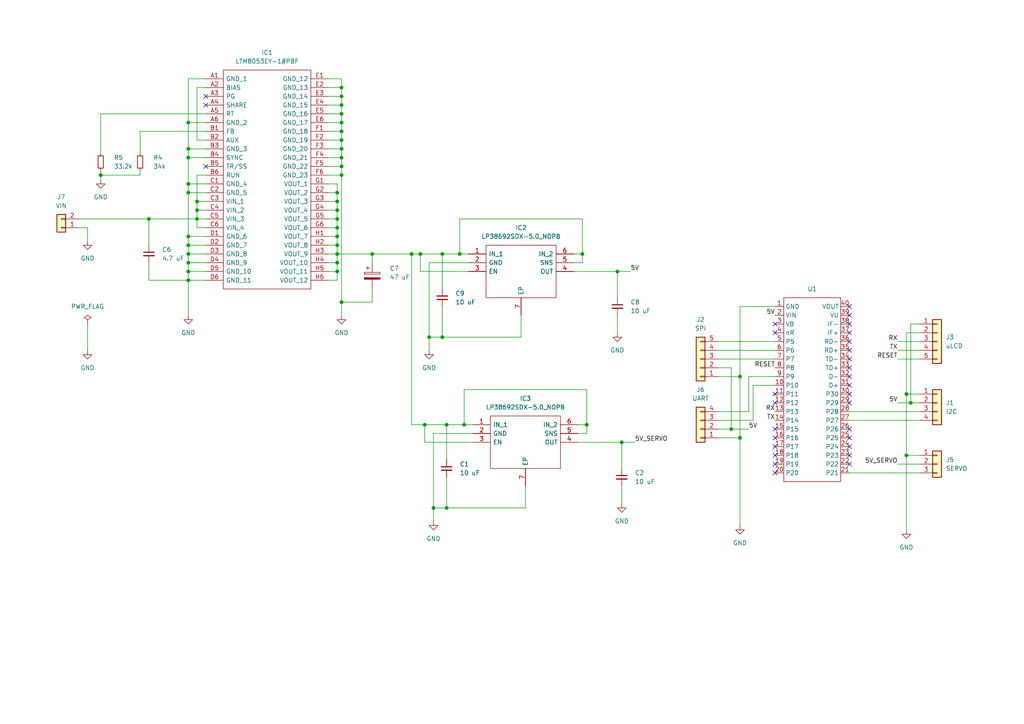
<source format=kicad_sch>
(kicad_sch (version 20230121) (generator eeschema)
  (paper "A4")
  (lib_symbols
    (symbol "0_myLib:LP38692SDX-5.0_NOPB" (pin_names (offset 0.762))
      (property "Reference" "IC" (at 26.67 7.62 0))
      (property "Value" "LP38692SDX-5.0_NOPB" (at 26.67 5.08 0))
      (symbol "LP38692SDX-5.0_NOPB_0_0"
        (pin passive line (at 0 0 0) (length 5.08) (name "IN_1") (number "1"))
        (pin passive line (at 0 -2.54 0) (length 5.08) (name "GND") (number "2"))
        (pin passive line (at 0 -5.08 0) (length 5.08) (name "EN") (number "3"))
        (pin passive line (at 30.48 -5.08 180) (length 5.08) (name "OUT") (number "4"))
        (pin passive line (at 30.48 -2.54 180) (length 5.08) (name "SNS") (number "5"))
        (pin passive line (at 30.48 0 180) (length 5.08) (name "IN_2") (number "6"))
        (pin passive line (at 15.24 -17.78 90) (length 5.08) (name "EP") (number "7"))
      )
      (symbol "LP38692SDX-5.0_NOPB_0_1"
        (polyline (pts (xy 5.08 2.54) (xy 25.4 2.54) (xy 25.4 -12.7) (xy 5.08 -12.7) (xy 5.08 2.54)) (stroke (width 0.1524)))
      )
    )
    (symbol "0_myLib:LTM8053EY-1#PBF" (pin_names (offset 0.762))
      (property "Reference" "IC" (at 31.75 7.62 0))
      (property "Value" "LTM8053EY-1#PBF" (at 31.75 5.08 0))
      (symbol "LTM8053EY-1#PBF_0_0"
        (pin passive line (at 0 0 0) (length 5.08) (name "GND_1") (number "A1"))
        (pin passive line (at 0 -2.54 0) (length 5.08) (name "BIAS") (number "A2"))
        (pin passive line (at 0 -5.08 0) (length 5.08) (name "PG") (number "A3"))
        (pin passive line (at 0 -7.62 0) (length 5.08) (name "SHARE") (number "A4"))
        (pin passive line (at 0 -10.16 0) (length 5.08) (name "RT") (number "A5"))
        (pin passive line (at 0 -12.7 0) (length 5.08) (name "GND_2") (number "A6"))
        (pin passive line (at 0 -15.24 0) (length 5.08) (name "FB") (number "B1"))
        (pin passive line (at 0 -17.78 0) (length 5.08) (name "AUX") (number "B2"))
        (pin passive line (at 0 -20.32 0) (length 5.08) (name "GND_3") (number "B3"))
        (pin passive line (at 0 -22.86 0) (length 5.08) (name "SYNC") (number "B4"))
        (pin passive line (at 0 -25.4 0) (length 5.08) (name "TR/SS") (number "B5"))
        (pin passive line (at 0 -27.94 0) (length 5.08) (name "RUN") (number "B6"))
        (pin passive line (at 0 -30.48 0) (length 5.08) (name "GND_4") (number "C1"))
        (pin passive line (at 0 -33.02 0) (length 5.08) (name "GND_5") (number "C2"))
        (pin passive line (at 0 -35.56 0) (length 5.08) (name "VIN_1") (number "C3"))
        (pin passive line (at 0 -38.1 0) (length 5.08) (name "VIN_2") (number "C4"))
        (pin passive line (at 0 -40.64 0) (length 5.08) (name "VIN_3") (number "C5"))
        (pin passive line (at 0 -43.18 0) (length 5.08) (name "VIN_4") (number "C6"))
        (pin passive line (at 0 -45.72 0) (length 5.08) (name "GND_6") (number "D1"))
        (pin passive line (at 0 -48.26 0) (length 5.08) (name "GND_7") (number "D2"))
        (pin passive line (at 0 -50.8 0) (length 5.08) (name "GND_8") (number "D3"))
        (pin passive line (at 0 -53.34 0) (length 5.08) (name "GND_9") (number "D4"))
        (pin passive line (at 0 -55.88 0) (length 5.08) (name "GND_10") (number "D5"))
        (pin passive line (at 0 -58.42 0) (length 5.08) (name "GND_11") (number "D6"))
        (pin passive line (at 35.56 0 180) (length 5.08) (name "GND_12") (number "E1"))
        (pin passive line (at 35.56 -2.54 180) (length 5.08) (name "GND_13") (number "E2"))
        (pin passive line (at 35.56 -5.08 180) (length 5.08) (name "GND_14") (number "E3"))
        (pin passive line (at 35.56 -7.62 180) (length 5.08) (name "GND_15") (number "E4"))
        (pin passive line (at 35.56 -10.16 180) (length 5.08) (name "GND_16") (number "E5"))
        (pin passive line (at 35.56 -12.7 180) (length 5.08) (name "GND_17") (number "E6"))
        (pin passive line (at 35.56 -15.24 180) (length 5.08) (name "GND_18") (number "F1"))
        (pin passive line (at 35.56 -17.78 180) (length 5.08) (name "GND_19") (number "F2"))
        (pin passive line (at 35.56 -20.32 180) (length 5.08) (name "GND_20") (number "F3"))
        (pin passive line (at 35.56 -22.86 180) (length 5.08) (name "GND_21") (number "F4"))
        (pin passive line (at 35.56 -25.4 180) (length 5.08) (name "GND_22") (number "F5"))
        (pin passive line (at 35.56 -27.94 180) (length 5.08) (name "GND_23") (number "F6"))
        (pin passive line (at 35.56 -30.48 180) (length 5.08) (name "VOUT_1") (number "G1"))
        (pin passive line (at 35.56 -33.02 180) (length 5.08) (name "VOUT_2") (number "G2"))
        (pin passive line (at 35.56 -35.56 180) (length 5.08) (name "VOUT_3") (number "G3"))
        (pin passive line (at 35.56 -38.1 180) (length 5.08) (name "VOUT_4") (number "G4"))
        (pin passive line (at 35.56 -40.64 180) (length 5.08) (name "VOUT_5") (number "G5"))
        (pin passive line (at 35.56 -43.18 180) (length 5.08) (name "VOUT_6") (number "G6"))
        (pin passive line (at 35.56 -45.72 180) (length 5.08) (name "VOUT_7") (number "H1"))
        (pin passive line (at 35.56 -48.26 180) (length 5.08) (name "VOUT_8") (number "H2"))
        (pin passive line (at 35.56 -50.8 180) (length 5.08) (name "VOUT_9") (number "H3"))
        (pin passive line (at 35.56 -53.34 180) (length 5.08) (name "VOUT_10") (number "H4"))
        (pin passive line (at 35.56 -55.88 180) (length 5.08) (name "VOUT_11") (number "H5"))
        (pin passive line (at 35.56 -58.42 180) (length 5.08) (name "VOUT_12") (number "H6"))
      )
      (symbol "LTM8053EY-1#PBF_0_1"
        (polyline (pts (xy 5.08 2.54) (xy 30.48 2.54) (xy 30.48 -60.96) (xy 5.08 -60.96) (xy 5.08 2.54)) (stroke (width 0.1524)))
      )
    )
    (symbol "0_myLib:MBED_LPC1768"
      (property "Reference" "U" (at 17.78 30.48 0))
      (symbol "MBED_LPC1768_0_1"
        (rectangle (start 2.54 27.94) (end 19.05 -25.4))
      )
      (symbol "MBED_LPC1768_1_1"
        (pin passive line (at 0 25.4 0) (length 2.54) (name "GND") (number "1"))
        (pin passive line (at 0 2.54 0) (length 2.54) (name "P10") (number "10"))
        (pin passive line (at 0 0 0) (length 2.54) (name "P11") (number "11"))
        (pin passive line (at 0 -2.54 0) (length 2.54) (name "P12") (number "12"))
        (pin passive line (at 0 -5.08 0) (length 2.54) (name "P13") (number "13"))
        (pin passive line (at 0 -7.62 0) (length 2.54) (name "P14") (number "14"))
        (pin passive line (at 0 -10.16 0) (length 2.54) (name "P15") (number "15"))
        (pin passive line (at 0 -12.7 0) (length 2.54) (name "P16") (number "16"))
        (pin passive line (at 0 -15.24 0) (length 2.54) (name "P17") (number "17"))
        (pin passive line (at 0 -17.78 0) (length 2.54) (name "P18") (number "18"))
        (pin passive line (at 0 -20.32 0) (length 2.54) (name "P19") (number "19"))
        (pin passive line (at 0 22.86 0) (length 2.54) (name "VIN") (number "2"))
        (pin passive line (at 0 -22.86 0) (length 2.54) (name "P20") (number "20"))
        (pin passive line (at 21.59 -22.86 180) (length 2.54) (name "P21") (number "21"))
        (pin passive line (at 21.59 -20.32 180) (length 2.54) (name "P22") (number "22"))
        (pin passive line (at 21.59 -17.78 180) (length 2.54) (name "P23") (number "23"))
        (pin passive line (at 21.59 -15.24 180) (length 2.54) (name "P24") (number "24"))
        (pin passive line (at 21.59 -12.7 180) (length 2.54) (name "P25") (number "25"))
        (pin passive line (at 21.59 -10.16 180) (length 2.54) (name "P26") (number "26"))
        (pin passive line (at 21.59 -7.62 180) (length 2.54) (name "P27") (number "27"))
        (pin passive line (at 21.59 -5.08 180) (length 2.54) (name "P28") (number "28"))
        (pin passive line (at 21.59 -2.54 180) (length 2.54) (name "P29") (number "29"))
        (pin passive line (at 0 20.32 0) (length 2.54) (name "VB") (number "3"))
        (pin passive line (at 21.59 0 180) (length 2.54) (name "P30") (number "30"))
        (pin passive line (at 21.59 2.54 180) (length 2.54) (name "D+") (number "31"))
        (pin passive line (at 21.59 5.08 180) (length 2.54) (name "D-") (number "32"))
        (pin passive line (at 21.59 7.62 180) (length 2.54) (name "TD+") (number "33"))
        (pin passive line (at 21.59 10.16 180) (length 2.54) (name "TD-") (number "34"))
        (pin passive line (at 21.59 12.7 180) (length 2.54) (name "RD+") (number "35"))
        (pin passive line (at 21.59 15.24 180) (length 2.54) (name "RD-") (number "36"))
        (pin passive line (at 21.59 17.78 180) (length 2.54) (name "IF+") (number "37"))
        (pin passive line (at 21.59 20.32 180) (length 2.54) (name "IF-") (number "38"))
        (pin passive line (at 21.59 22.86 180) (length 2.54) (name "VU") (number "39"))
        (pin passive line (at 0 17.78 0) (length 2.54) (name "nR") (number "4"))
        (pin passive line (at 21.59 25.4 180) (length 2.54) (name "VOUT") (number "40"))
        (pin passive line (at 0 15.24 0) (length 2.54) (name "P5") (number "5"))
        (pin passive line (at 0 12.7 0) (length 2.54) (name "P6") (number "6"))
        (pin passive line (at 0 10.16 0) (length 2.54) (name "P7") (number "7"))
        (pin passive line (at 0 7.62 0) (length 2.54) (name "P8") (number "8"))
        (pin passive line (at 0 5.08 0) (length 2.54) (name "P9") (number "9"))
      )
    )
    (symbol "Connector_Generic:Conn_01x02" (pin_names (offset 1.016) hide)
      (property "Reference" "J" (at 0 2.54 0))
      (property "Value" "Conn_01x02" (at 0 -5.08 0))
      (symbol "Conn_01x02_1_1"
        (rectangle (start -1.27 -2.413) (end 0 -2.667) (stroke (width 0.1524)))
        (rectangle (start -1.27 0.127) (end 0 -0.127) (stroke (width 0.1524)))
        (rectangle (start -1.27 1.27) (end 1.27 -3.81) (stroke (width 0.254)) (fill (type background)))
        (pin passive line (at -5.08 0 0) (length 3.81) (name "Pin_1") (number "1"))
        (pin passive line (at -5.08 -2.54 0) (length 3.81) (name "Pin_2") (number "2"))
      )
    )
    (symbol "Connector_Generic:Conn_01x03" (pin_names (offset 1.016) hide)
      (property "Reference" "J" (at 0 5.08 0))
      (property "Value" "Conn_01x03" (at 0 -5.08 0))
      (symbol "Conn_01x03_1_1"
        (rectangle (start -1.27 -2.413) (end 0 -2.667) (stroke (width 0.1524)))
        (rectangle (start -1.27 0.127) (end 0 -0.127) (stroke (width 0.1524)))
        (rectangle (start -1.27 2.667) (end 0 2.413) (stroke (width 0.1524)))
        (rectangle (start -1.27 3.81) (end 1.27 -3.81) (stroke (width 0.254)) (fill (type background)))
        (pin passive line (at -5.08 2.54 0) (length 3.81) (name "Pin_1") (number "1"))
        (pin passive line (at -5.08 0 0) (length 3.81) (name "Pin_2") (number "2"))
        (pin passive line (at -5.08 -2.54 0) (length 3.81) (name "Pin_3") (number "3"))
      )
    )
    (symbol "Connector_Generic:Conn_01x04" (pin_names (offset 1.016) hide)
      (property "Reference" "J" (at 0 5.08 0))
      (property "Value" "Conn_01x04" (at 0 -7.62 0))
      (symbol "Conn_01x04_1_1"
        (rectangle (start -1.27 -4.953) (end 0 -5.207) (stroke (width 0.1524)))
        (rectangle (start -1.27 -2.413) (end 0 -2.667) (stroke (width 0.1524)))
        (rectangle (start -1.27 0.127) (end 0 -0.127) (stroke (width 0.1524)))
        (rectangle (start -1.27 2.667) (end 0 2.413) (stroke (width 0.1524)))
        (rectangle (start -1.27 3.81) (end 1.27 -6.35) (stroke (width 0.254)) (fill (type background)))
        (pin passive line (at -5.08 2.54 0) (length 3.81) (name "Pin_1") (number "1"))
        (pin passive line (at -5.08 0 0) (length 3.81) (name "Pin_2") (number "2"))
        (pin passive line (at -5.08 -2.54 0) (length 3.81) (name "Pin_3") (number "3"))
        (pin passive line (at -5.08 -5.08 0) (length 3.81) (name "Pin_4") (number "4"))
      )
    )
    (symbol "Connector_Generic:Conn_01x05" (pin_names (offset 1.016) hide)
      (property "Reference" "J" (at 0 7.62 0))
      (property "Value" "Conn_01x05" (at 0 -7.62 0))
      (symbol "Conn_01x05_1_1"
        (rectangle (start -1.27 -4.953) (end 0 -5.207) (stroke (width 0.1524)))
        (rectangle (start -1.27 -2.413) (end 0 -2.667) (stroke (width 0.1524)))
        (rectangle (start -1.27 0.127) (end 0 -0.127) (stroke (width 0.1524)))
        (rectangle (start -1.27 2.667) (end 0 2.413) (stroke (width 0.1524)))
        (rectangle (start -1.27 5.207) (end 0 4.953) (stroke (width 0.1524)))
        (rectangle (start -1.27 6.35) (end 1.27 -6.35) (stroke (width 0.254)) (fill (type background)))
        (pin passive line (at -5.08 5.08 0) (length 3.81) (name "Pin_1") (number "1"))
        (pin passive line (at -5.08 2.54 0) (length 3.81) (name "Pin_2") (number "2"))
        (pin passive line (at -5.08 0 0) (length 3.81) (name "Pin_3") (number "3"))
        (pin passive line (at -5.08 -2.54 0) (length 3.81) (name "Pin_4") (number "4"))
        (pin passive line (at -5.08 -5.08 0) (length 3.81) (name "Pin_5") (number "5"))
      )
    )
    (symbol "Device:C_Polarized" (pin_numbers hide) (pin_names (offset 0.254))
      (property "Reference" "C" (at 0.635 2.54 0))
      (property "Value" "C_Polarized" (at 0.635 -2.54 0))
      (symbol "C_Polarized_0_1"
        (rectangle (start -2.286 0.508) (end 2.286 1.016))
        (polyline (pts (xy -1.778 2.286) (xy -0.762 2.286)))
        (polyline (pts (xy -1.27 2.794) (xy -1.27 1.778)))
        (rectangle (start 2.286 -0.508) (end -2.286 -1.016) (fill (type outline)))
      )
      (symbol "C_Polarized_1_1"
        (pin passive line (at 0 3.81 270) (length 2.794) (name "~") (number "1"))
        (pin passive line (at 0 -3.81 90) (length 2.794) (name "~") (number "2"))
      )
    )
    (symbol "Device:C_Small" (pin_numbers hide) (pin_names (offset 0.254) hide)
      (property "Reference" "C" (at 0.254 1.778 0))
      (property "Value" "C_Small" (at 0.254 -2.032 0))
      (symbol "C_Small_0_1"
        (polyline (pts (xy -1.524 -0.508) (xy 1.524 -0.508)) (stroke (width 0.3302)))
        (polyline (pts (xy -1.524 0.508) (xy 1.524 0.508)) (stroke (width 0.3048)))
      )
      (symbol "C_Small_1_1"
        (pin passive line (at 0 2.54 270) (length 2.032) (name "~") (number "1"))
        (pin passive line (at 0 -2.54 90) (length 2.032) (name "~") (number "2"))
      )
    )
    (symbol "Device:R_Small" (pin_numbers hide) (pin_names (offset 0.254) hide)
      (property "Reference" "R" (at 0.762 0.508 0))
      (property "Value" "R_Small" (at 0.762 -1.016 0))
      (symbol "R_Small_0_1"
        (rectangle (start -0.762 1.778) (end 0.762 -1.778) (stroke (width 0.2032)))
      )
      (symbol "R_Small_1_1"
        (pin passive line (at 0 2.54 270) (length 0.762) (name "~") (number "1"))
        (pin passive line (at 0 -2.54 90) (length 0.762) (name "~") (number "2"))
      )
    )
    (symbol "power:GND" (power) (pin_names (offset 0))
      (property "Value" "GND" (at 0 -3.81 0))
      (symbol "GND_0_1"
        (polyline (pts (xy 0 0) (xy 0 -1.27) (xy 1.27 -1.27) (xy 0 -2.54) (xy -1.27 -1.27) (xy 0 -1.27)))
      )
      (symbol "GND_1_1"
        (pin power_in line (at 0 0 270) (length 0) hide (name "GND") (number "1"))
      )
    )
    (symbol "power:PWR_FLAG" (power) (pin_numbers hide) (pin_names (offset 0) hide)
      (property "Value" "PWR_FLAG" (at 0 3.81 0))
      (symbol "PWR_FLAG_0_0"
        (pin power_out line (at 0 0 90) (length 0) (name "pwr") (number "1"))
      )
      (symbol "PWR_FLAG_0_1"
        (polyline (pts (xy 0 0) (xy 0 1.27) (xy -1.016 1.905) (xy 0 2.54) (xy 1.016 1.905) (xy 0 1.27)))
      )
    )
  )
  (junction (at 125.73 147.32))
  (junction (at 97.79 73.66))
  (junction (at 99.06 33.02))
  (junction (at 133.35 73.66))
  (junction (at 170.18 123.19))
  (junction (at 99.06 87.63))
  (junction (at 264.16 116.84))
  (junction (at 214.63 109.22))
  (junction (at 97.79 58.42))
  (junction (at 97.79 78.74))
  (junction (at 99.06 25.4))
  (junction (at 57.15 63.5))
  (junction (at 128.27 73.66))
  (junction (at 179.07 78.74))
  (junction (at 54.61 78.74))
  (junction (at 97.79 76.2))
  (junction (at 99.06 40.64))
  (junction (at 97.79 71.12))
  (junction (at 54.61 55.88))
  (junction (at 54.61 73.66))
  (junction (at 57.15 58.42))
  (junction (at 99.06 35.56))
  (junction (at 262.89 132.08))
  (junction (at 97.79 68.58))
  (junction (at 99.06 50.8))
  (junction (at 262.89 114.3))
  (junction (at 54.61 53.34))
  (junction (at 54.61 35.56))
  (junction (at 99.06 43.18))
  (junction (at 119.38 73.66))
  (junction (at 54.61 68.58))
  (junction (at 97.79 60.96))
  (junction (at 97.79 63.5))
  (junction (at 212.09 124.46))
  (junction (at 54.61 81.28))
  (junction (at 134.62 123.19))
  (junction (at 29.21 50.8))
  (junction (at 43.18 63.5))
  (junction (at 168.91 73.66))
  (junction (at 99.06 48.26))
  (junction (at 107.95 73.66))
  (junction (at 121.92 73.66))
  (junction (at 180.34 128.27))
  (junction (at 54.61 76.2))
  (junction (at 97.79 66.04))
  (junction (at 123.19 123.19))
  (junction (at 214.63 127))
  (junction (at 99.06 27.94))
  (junction (at 99.06 45.72))
  (junction (at 99.06 30.48))
  (junction (at 54.61 43.18))
  (junction (at 129.54 123.19))
  (junction (at 129.54 147.32))
  (junction (at 99.06 38.1))
  (junction (at 54.61 71.12))
  (junction (at 54.61 45.72))
  (junction (at 128.27 97.79))
  (junction (at 57.15 60.96))
  (junction (at 97.79 55.88))
  (junction (at 124.46 97.79))
  (no_connect (at 224.79 124.46))
  (no_connect (at 246.38 127))
  (no_connect (at 246.38 114.3))
  (no_connect (at 224.79 93.98))
  (no_connect (at 59.69 27.94))
  (no_connect (at 224.79 134.62))
  (no_connect (at 246.38 132.08))
  (no_connect (at 246.38 99.06))
  (no_connect (at 224.79 127))
  (no_connect (at 224.79 129.54))
  (no_connect (at 59.69 48.26))
  (no_connect (at 246.38 134.62))
  (no_connect (at 246.38 104.14))
  (no_connect (at 224.79 137.16))
  (no_connect (at 224.79 114.3))
  (no_connect (at 246.38 91.44))
  (no_connect (at 224.79 116.84))
  (no_connect (at 246.38 116.84))
  (no_connect (at 246.38 124.46))
  (no_connect (at 246.38 106.68))
  (no_connect (at 246.38 96.52))
  (no_connect (at 224.79 96.52))
  (no_connect (at 246.38 93.98))
  (no_connect (at 224.79 132.08))
  (no_connect (at 59.69 30.48))
  (no_connect (at 246.38 109.22))
  (no_connect (at 246.38 88.9))
  (no_connect (at 246.38 111.76))
  (no_connect (at 246.38 129.54))
  (no_connect (at 246.38 101.6))
  (wire (pts (xy 151.13 97.79) (xy 128.27 97.79)))
  (wire (pts (xy 95.25 66.04) (xy 97.79 66.04)))
  (wire (pts (xy 59.69 53.34) (xy 54.61 53.34)))
  (wire (pts (xy 99.06 43.18) (xy 99.06 45.72)))
  (wire (pts (xy 40.64 38.1) (xy 40.64 44.45)))
  (wire (pts (xy 167.64 123.19) (xy 170.18 123.19)))
  (wire (pts (xy 264.16 93.98) (xy 264.16 116.84)))
  (wire (pts (xy 22.86 63.5) (xy 43.18 63.5)))
  (wire (pts (xy 224.79 88.9) (xy 214.63 88.9)))
  (wire (pts (xy 208.28 99.06) (xy 224.79 99.06)))
  (wire (pts (xy 214.63 127) (xy 214.63 152.4)))
  (wire (pts (xy 95.25 35.56) (xy 99.06 35.56)))
  (wire (pts (xy 179.07 91.44) (xy 179.07 96.52)))
  (wire (pts (xy 97.79 60.96) (xy 97.79 63.5)))
  (wire (pts (xy 54.61 53.34) (xy 54.61 55.88)))
  (wire (pts (xy 208.28 121.92) (xy 218.44 121.92)))
  (wire (pts (xy 119.38 73.66) (xy 121.92 73.66)))
  (wire (pts (xy 97.79 55.88) (xy 97.79 58.42)))
  (wire (pts (xy 124.46 76.2) (xy 124.46 97.79)))
  (wire (pts (xy 125.73 147.32) (xy 125.73 151.13)))
  (wire (pts (xy 54.61 55.88) (xy 54.61 68.58)))
  (wire (pts (xy 95.25 60.96) (xy 97.79 60.96)))
  (wire (pts (xy 208.28 101.6) (xy 224.79 101.6)))
  (wire (pts (xy 99.06 87.63) (xy 99.06 91.44)))
  (wire (pts (xy 121.92 73.66) (xy 128.27 73.66)))
  (wire (pts (xy 99.06 22.86) (xy 99.06 25.4)))
  (wire (pts (xy 57.15 60.96) (xy 57.15 63.5)))
  (wire (pts (xy 54.61 81.28) (xy 54.61 91.44)))
  (wire (pts (xy 262.89 96.52) (xy 262.89 114.3)))
  (wire (pts (xy 168.91 73.66) (xy 168.91 63.5)))
  (wire (pts (xy 208.28 109.22) (xy 214.63 109.22)))
  (wire (pts (xy 43.18 63.5) (xy 43.18 71.12)))
  (wire (pts (xy 54.61 73.66) (xy 59.69 73.66)))
  (wire (pts (xy 152.4 147.32) (xy 129.54 147.32)))
  (wire (pts (xy 180.34 135.89) (xy 180.34 128.27)))
  (wire (pts (xy 97.79 53.34) (xy 97.79 55.88)))
  (wire (pts (xy 95.25 38.1) (xy 99.06 38.1)))
  (wire (pts (xy 107.95 73.66) (xy 97.79 73.66)))
  (wire (pts (xy 95.25 45.72) (xy 99.06 45.72)))
  (wire (pts (xy 167.64 128.27) (xy 180.34 128.27)))
  (wire (pts (xy 107.95 87.63) (xy 99.06 87.63)))
  (wire (pts (xy 180.34 128.27) (xy 184.15 128.27)))
  (wire (pts (xy 54.61 78.74) (xy 59.69 78.74)))
  (wire (pts (xy 95.25 55.88) (xy 97.79 55.88)))
  (wire (pts (xy 95.25 30.48) (xy 99.06 30.48)))
  (wire (pts (xy 59.69 58.42) (xy 57.15 58.42)))
  (wire (pts (xy 166.37 76.2) (xy 168.91 76.2)))
  (wire (pts (xy 214.63 109.22) (xy 214.63 127)))
  (wire (pts (xy 208.28 124.46) (xy 212.09 124.46)))
  (wire (pts (xy 95.25 50.8) (xy 99.06 50.8)))
  (wire (pts (xy 59.69 60.96) (xy 57.15 60.96)))
  (wire (pts (xy 22.86 66.04) (xy 25.4 66.04)))
  (wire (pts (xy 57.15 58.42) (xy 57.15 60.96)))
  (wire (pts (xy 59.69 38.1) (xy 40.64 38.1)))
  (wire (pts (xy 170.18 113.03) (xy 134.62 113.03)))
  (wire (pts (xy 262.89 114.3) (xy 262.89 132.08)))
  (wire (pts (xy 29.21 33.02) (xy 29.21 44.45)))
  (wire (pts (xy 262.89 114.3) (xy 266.7 114.3)))
  (wire (pts (xy 59.69 35.56) (xy 54.61 35.56)))
  (wire (pts (xy 107.95 73.66) (xy 119.38 73.66)))
  (wire (pts (xy 95.25 27.94) (xy 99.06 27.94)))
  (wire (pts (xy 212.09 106.68) (xy 212.09 124.46)))
  (wire (pts (xy 25.4 93.98) (xy 25.4 101.6)))
  (wire (pts (xy 43.18 81.28) (xy 54.61 81.28)))
  (wire (pts (xy 54.61 71.12) (xy 59.69 71.12)))
  (wire (pts (xy 208.28 104.14) (xy 224.79 104.14)))
  (wire (pts (xy 128.27 97.79) (xy 124.46 97.79)))
  (wire (pts (xy 99.06 45.72) (xy 99.06 48.26)))
  (wire (pts (xy 217.17 109.22) (xy 224.79 109.22)))
  (wire (pts (xy 57.15 66.04) (xy 57.15 63.5)))
  (wire (pts (xy 107.95 76.2) (xy 107.95 73.66)))
  (wire (pts (xy 40.64 50.8) (xy 29.21 50.8)))
  (wire (pts (xy 54.61 35.56) (xy 54.61 43.18)))
  (wire (pts (xy 95.25 68.58) (xy 97.79 68.58)))
  (wire (pts (xy 128.27 73.66) (xy 133.35 73.66)))
  (wire (pts (xy 123.19 123.19) (xy 129.54 123.19)))
  (wire (pts (xy 95.25 22.86) (xy 99.06 22.86)))
  (wire (pts (xy 266.7 132.08) (xy 262.89 132.08)))
  (wire (pts (xy 135.89 78.74) (xy 121.92 78.74)))
  (wire (pts (xy 264.16 116.84) (xy 266.7 116.84)))
  (wire (pts (xy 57.15 50.8) (xy 57.15 58.42)))
  (wire (pts (xy 95.25 78.74) (xy 97.79 78.74)))
  (wire (pts (xy 54.61 43.18) (xy 54.61 45.72)))
  (wire (pts (xy 121.92 78.74) (xy 121.92 73.66)))
  (wire (pts (xy 95.25 58.42) (xy 97.79 58.42)))
  (wire (pts (xy 137.16 125.73) (xy 125.73 125.73)))
  (wire (pts (xy 260.35 104.14) (xy 266.7 104.14)))
  (wire (pts (xy 135.89 76.2) (xy 124.46 76.2)))
  (wire (pts (xy 95.25 76.2) (xy 97.79 76.2)))
  (wire (pts (xy 59.69 33.02) (xy 29.21 33.02)))
  (wire (pts (xy 217.17 119.38) (xy 217.17 109.22)))
  (wire (pts (xy 107.95 83.82) (xy 107.95 87.63)))
  (wire (pts (xy 212.09 124.46) (xy 217.17 124.46)))
  (wire (pts (xy 59.69 55.88) (xy 54.61 55.88)))
  (wire (pts (xy 168.91 76.2) (xy 168.91 73.66)))
  (wire (pts (xy 260.35 101.6) (xy 266.7 101.6)))
  (wire (pts (xy 124.46 97.79) (xy 124.46 101.6)))
  (wire (pts (xy 59.69 66.04) (xy 57.15 66.04)))
  (wire (pts (xy 99.06 35.56) (xy 99.06 38.1)))
  (wire (pts (xy 54.61 68.58) (xy 59.69 68.58)))
  (wire (pts (xy 129.54 123.19) (xy 129.54 133.35)))
  (wire (pts (xy 99.06 30.48) (xy 99.06 33.02)))
  (wire (pts (xy 246.38 119.38) (xy 266.7 119.38)))
  (wire (pts (xy 246.38 137.16) (xy 266.7 137.16)))
  (wire (pts (xy 128.27 88.9) (xy 128.27 97.79)))
  (wire (pts (xy 262.89 96.52) (xy 266.7 96.52)))
  (wire (pts (xy 152.4 140.97) (xy 152.4 147.32)))
  (wire (pts (xy 95.25 53.34) (xy 97.79 53.34)))
  (wire (pts (xy 97.79 81.28) (xy 97.79 78.74)))
  (wire (pts (xy 97.79 78.74) (xy 97.79 76.2)))
  (wire (pts (xy 99.06 27.94) (xy 99.06 30.48)))
  (wire (pts (xy 167.64 125.73) (xy 170.18 125.73)))
  (wire (pts (xy 40.64 49.53) (xy 40.64 50.8)))
  (wire (pts (xy 95.25 71.12) (xy 97.79 71.12)))
  (wire (pts (xy 97.79 66.04) (xy 97.79 68.58)))
  (wire (pts (xy 129.54 123.19) (xy 134.62 123.19)))
  (wire (pts (xy 99.06 48.26) (xy 99.06 50.8)))
  (wire (pts (xy 129.54 147.32) (xy 125.73 147.32)))
  (wire (pts (xy 180.34 140.97) (xy 180.34 146.05)))
  (wire (pts (xy 133.35 73.66) (xy 135.89 73.66)))
  (wire (pts (xy 95.25 25.4) (xy 99.06 25.4)))
  (wire (pts (xy 54.61 22.86) (xy 54.61 35.56)))
  (wire (pts (xy 260.35 134.62) (xy 266.7 134.62)))
  (wire (pts (xy 54.61 45.72) (xy 59.69 45.72)))
  (wire (pts (xy 54.61 71.12) (xy 54.61 73.66)))
  (wire (pts (xy 95.25 63.5) (xy 97.79 63.5)))
  (wire (pts (xy 99.06 25.4) (xy 99.06 27.94)))
  (wire (pts (xy 166.37 73.66) (xy 168.91 73.66)))
  (wire (pts (xy 57.15 25.4) (xy 57.15 40.64)))
  (wire (pts (xy 208.28 127) (xy 214.63 127)))
  (wire (pts (xy 95.25 81.28) (xy 97.79 81.28)))
  (wire (pts (xy 133.35 63.5) (xy 133.35 73.66)))
  (wire (pts (xy 54.61 81.28) (xy 59.69 81.28)))
  (wire (pts (xy 218.44 121.92) (xy 218.44 111.76)))
  (wire (pts (xy 128.27 73.66) (xy 128.27 83.82)))
  (wire (pts (xy 262.89 132.08) (xy 262.89 153.67)))
  (wire (pts (xy 214.63 88.9) (xy 214.63 109.22)))
  (wire (pts (xy 246.38 121.92) (xy 266.7 121.92)))
  (wire (pts (xy 54.61 45.72) (xy 54.61 53.34)))
  (wire (pts (xy 99.06 50.8) (xy 99.06 87.63)))
  (wire (pts (xy 43.18 63.5) (xy 57.15 63.5)))
  (wire (pts (xy 59.69 25.4) (xy 57.15 25.4)))
  (wire (pts (xy 123.19 128.27) (xy 123.19 123.19)))
  (wire (pts (xy 97.79 68.58) (xy 97.79 71.12)))
  (wire (pts (xy 125.73 125.73) (xy 125.73 147.32)))
  (wire (pts (xy 179.07 86.36) (xy 179.07 78.74)))
  (wire (pts (xy 260.35 116.84) (xy 264.16 116.84)))
  (wire (pts (xy 208.28 106.68) (xy 212.09 106.68)))
  (wire (pts (xy 54.61 76.2) (xy 54.61 78.74)))
  (wire (pts (xy 95.25 33.02) (xy 99.06 33.02)))
  (wire (pts (xy 43.18 76.2) (xy 43.18 81.28)))
  (wire (pts (xy 119.38 123.19) (xy 119.38 73.66)))
  (wire (pts (xy 54.61 78.74) (xy 54.61 81.28)))
  (wire (pts (xy 137.16 128.27) (xy 123.19 128.27)))
  (wire (pts (xy 170.18 123.19) (xy 170.18 113.03)))
  (wire (pts (xy 95.25 40.64) (xy 99.06 40.64)))
  (wire (pts (xy 123.19 123.19) (xy 119.38 123.19)))
  (wire (pts (xy 59.69 50.8) (xy 57.15 50.8)))
  (wire (pts (xy 54.61 76.2) (xy 59.69 76.2)))
  (wire (pts (xy 95.25 48.26) (xy 99.06 48.26)))
  (wire (pts (xy 29.21 50.8) (xy 29.21 52.07)))
  (wire (pts (xy 218.44 111.76) (xy 224.79 111.76)))
  (wire (pts (xy 179.07 78.74) (xy 182.88 78.74)))
  (wire (pts (xy 95.25 43.18) (xy 99.06 43.18)))
  (wire (pts (xy 97.79 58.42) (xy 97.79 60.96)))
  (wire (pts (xy 151.13 91.44) (xy 151.13 97.79)))
  (wire (pts (xy 208.28 119.38) (xy 217.17 119.38)))
  (wire (pts (xy 166.37 78.74) (xy 179.07 78.74)))
  (wire (pts (xy 266.7 93.98) (xy 264.16 93.98)))
  (wire (pts (xy 129.54 138.43) (xy 129.54 147.32)))
  (wire (pts (xy 25.4 66.04) (xy 25.4 69.85)))
  (wire (pts (xy 29.21 49.53) (xy 29.21 50.8)))
  (wire (pts (xy 99.06 40.64) (xy 99.06 43.18)))
  (wire (pts (xy 99.06 33.02) (xy 99.06 35.56)))
  (wire (pts (xy 59.69 22.86) (xy 54.61 22.86)))
  (wire (pts (xy 97.79 71.12) (xy 97.79 73.66)))
  (wire (pts (xy 97.79 73.66) (xy 95.25 73.66)))
  (wire (pts (xy 54.61 68.58) (xy 54.61 71.12)))
  (wire (pts (xy 260.35 99.06) (xy 266.7 99.06)))
  (wire (pts (xy 57.15 63.5) (xy 59.69 63.5)))
  (wire (pts (xy 168.91 63.5) (xy 133.35 63.5)))
  (wire (pts (xy 134.62 113.03) (xy 134.62 123.19)))
  (wire (pts (xy 54.61 73.66) (xy 54.61 76.2)))
  (wire (pts (xy 54.61 43.18) (xy 59.69 43.18)))
  (wire (pts (xy 134.62 123.19) (xy 137.16 123.19)))
  (wire (pts (xy 97.79 76.2) (xy 97.79 73.66)))
  (wire (pts (xy 97.79 63.5) (xy 97.79 66.04)))
  (wire (pts (xy 99.06 38.1) (xy 99.06 40.64)))
  (wire (pts (xy 170.18 125.73) (xy 170.18 123.19)))
  (wire (pts (xy 57.15 40.64) (xy 59.69 40.64)))
  (label "5V" (at 182.88 78.74 0))
  (label "RESET" (at 260.35 104.14 180))
  (label "5V_SERVO" (at 184.15 128.27 0))
  (label "RESET" (at 224.79 106.68 180))
  (label "TX" (at 224.79 121.92 180))
  (label "RX" (at 260.35 99.06 180))
  (label "5V_SERVO" (at 260.35 134.62 180))
  (label "5V" (at 224.79 91.44 180))
  (label "TX" (at 260.35 101.6 180))
  (label "5V" (at 260.35 116.84 180))
  (label "5V" (at 217.17 124.46 0))
  (label "RX" (at 224.79 119.38 180))
  (symbol (lib_id "Device:C_Small") (at 180.34 138.43 0) (unit 1)
    (property "Reference" "C2" (at 184.15 137.1663 0) (effects (justify left)))
    (property "Value" "10 uF" (at 184.15 139.7063 0) (effects (justify left)))
    (property "Footprint" "Capacitor_SMD:C_0603_1608Metric" (effects hide))
  )
  (symbol (lib_id "0_myLib:MBED_LPC1768") (at 224.79 114.3 0) (unit 1)
    (property "Reference" "U1" (at 235.585 83.82 0))
    (property "Value" "~" (at 224.79 114.3 0))
    (property "Footprint" "0_myLib:DIP-40_900" (effects hide))
  )
  (symbol (lib_id "0_myLib:LP38692SDX-5.0_NOPB") (at 137.16 123.19 0) (unit 1)
    (property "Reference" "IC3" (at 152.4 115.57 0))
    (property "Value" "LP38692SDX-5.0_NOPB" (at 152.4 118.11 0))
    (property "Footprint" "0_myLib:SON95P300X300X80-7N" (effects hide))
    (property "Datasheet" "https://www.ti.com/lit/ds/symlink/lp38692.pdf?ts=1619508645090&ref_url=https%253A%252F%252Fwww.ti.com%252Fstore%252Fti%252Fen%252Fp%252Fproduct%252F%253Fp%253DLP38692SDX-5.0%252FNOPB" (effects hide))
    (property "Description" "1A Low Dropout CMOS Linear Regulators, Stable with Ceramic Output Capacitors" (effects hide))
    (property "Height" "0.8" (effects hide))
    (property "Mouser Part Number" "926-LP38692SDX50NOPB" (effects hide))
    (property "Mouser Price/Stock" "https://www.mouser.co.uk/ProductDetail/Texas-Instruments/LP38692SDX-50-NOPB?qs=1FNqv8aZn1S8j5WDo5fviA%3D%3D" (effects hide))
    (property "Manufacturer_Name" "Texas Instruments" (effects hide))
    (property "Manufacturer_Part_Number" "LP38692SDX-5.0/NOPB" (effects hide))
  )
  (symbol (lib_id "power:GND") (at 25.4 69.85 0) (unit 1)
    (property "Reference" "#PWR09" (effects hide))
    (property "Value" "GND" (at 25.4 74.93 0))
  )
  (symbol (lib_id "0_myLib:LP38692SDX-5.0_NOPB") (at 135.89 73.66 0) (unit 1)
    (property "Reference" "IC2" (at 151.13 66.04 0))
    (property "Value" "LP38692SDX-5.0_NOPB" (at 151.13 68.58 0))
    (property "Footprint" "0_myLib:SON95P300X300X80-7N" (effects hide))
    (property "Datasheet" "https://www.ti.com/lit/ds/symlink/lp38692.pdf?ts=1619508645090&ref_url=https%253A%252F%252Fwww.ti.com%252Fstore%252Fti%252Fen%252Fp%252Fproduct%252F%253Fp%253DLP38692SDX-5.0%252FNOPB" (effects hide))
    (property "Description" "1A Low Dropout CMOS Linear Regulators, Stable with Ceramic Output Capacitors" (effects hide))
    (property "Height" "0.8" (effects hide))
    (property "Mouser Part Number" "926-LP38692SDX50NOPB" (effects hide))
    (property "Mouser Price/Stock" "https://www.mouser.co.uk/ProductDetail/Texas-Instruments/LP38692SDX-50-NOPB?qs=1FNqv8aZn1S8j5WDo5fviA%3D%3D" (effects hide))
    (property "Manufacturer_Name" "Texas Instruments" (effects hide))
    (property "Manufacturer_Part_Number" "LP38692SDX-5.0/NOPB" (effects hide))
  )
  (symbol (lib_id "power:PWR_FLAG") (at 25.4 93.98 0) (unit 1)
    (property "Reference" "#FLG01" (effects hide))
    (property "Value" "PWR_FLAG" (at 25.4 88.9 0))
  )
  (symbol (lib_id "power:GND") (at 54.61 91.44 0) (unit 1)
    (property "Reference" "#PWR06" (effects hide))
    (property "Value" "GND" (at 54.61 96.52 0))
  )
  (symbol (lib_id "Connector_Generic:Conn_01x03") (at 271.78 134.62 0) (unit 1)
    (property "Reference" "J5" (at 274.32 133.35 0) (effects (justify left)))
    (property "Value" "SERVO" (at 274.32 135.89 0) (effects (justify left)))
    (property "Footprint" "Connector_PinSocket_2.54mm:PinSocket_1x03_P2.54mm_Vertical" (effects hide))
  )
  (symbol (lib_id "power:GND") (at 180.34 146.05 0) (unit 1)
    (property "Reference" "#PWR04" (effects hide))
    (property "Value" "GND" (at 180.34 151.13 0))
  )
  (symbol (lib_id "Connector_Generic:Conn_01x04") (at 203.2 124.46 180) (unit 1)
    (property "Reference" "J6" (at 203.2 113.03 0))
    (property "Value" "UART" (at 203.2 115.57 0))
    (property "Footprint" "Connector_PinSocket_2.54mm:PinSocket_1x04_P2.54mm_Vertical" (effects hide))
  )
  (symbol (lib_id "power:GND") (at 29.21 52.07 0) (unit 1)
    (property "Reference" "#PWR08" (effects hide))
    (property "Value" "GND" (at 29.21 57.15 0))
  )
  (symbol (lib_id "Connector_Generic:Conn_01x04") (at 271.78 116.84 0) (unit 1)
    (property "Reference" "J1" (at 274.32 116.84 0) (effects (justify left)))
    (property "Value" "I2C" (at 274.32 119.38 0) (effects (justify left)))
    (property "Footprint" "Connector_PinSocket_2.54mm:PinSocket_1x04_P2.54mm_Vertical" (effects hide))
  )
  (symbol (lib_id "power:GND") (at 124.46 101.6 0) (unit 1)
    (property "Reference" "#PWR010" (effects hide))
    (property "Value" "GND" (at 124.46 106.68 0))
  )
  (symbol (lib_id "power:GND") (at 99.06 91.44 0) (unit 1)
    (property "Reference" "#PWR07" (effects hide))
    (property "Value" "GND" (at 99.06 96.52 0))
  )
  (symbol (lib_id "power:GND") (at 214.63 152.4 0) (unit 1)
    (property "Reference" "#PWR02" (effects hide))
    (property "Value" "GND" (at 214.63 157.48 0))
  )
  (symbol (lib_id "Device:C_Small") (at 129.54 135.89 0) (unit 1)
    (property "Reference" "C1" (at 133.35 134.6263 0) (effects (justify left)))
    (property "Value" "10 uF" (at 133.35 137.1663 0) (effects (justify left)))
    (property "Footprint" "Capacitor_SMD:C_0603_1608Metric" (effects hide))
  )
  (symbol (lib_id "0_myLib:LTM8053EY-1#PBF") (at 59.69 22.86 0) (unit 1)
    (property "Reference" "IC1" (at 77.47 15.24 0))
    (property "Value" "LTM8053EY-1#PBF" (at 77.47 17.78 0))
    (property "Footprint" "0_myLib:BGA48C100P6X8_625X900X352" (effects hide))
    (property "Datasheet" "https://www.analog.com/LTM8053/datasheet" (effects hide))
    (property "Description" "40VIN, 3.5A/6A Step-Down Silent Switcher uModule Regulator" (effects hide))
    (property "Height" "3.52" (effects hide))
    (property "Mouser Part Number" "584-LTM8053EY-1#PBF" (effects hide))
    (property "Mouser Price/Stock" "https://www.mouser.co.uk/ProductDetail/Analog-Devices/LTM8053EY-1PBF?qs=%252BEew9%252B0nqrA7BuSSaellXQ%3D%3D" (effects hide))
    (property "Manufacturer_Name" "Analog Devices" (effects hide))
    (property "Manufacturer_Part_Number" "LTM8053EY-1#PBF" (effects hide))
  )
  (symbol (lib_id "power:GND") (at 25.4 101.6 0) (unit 1)
    (property "Reference" "#PWR05" (effects hide))
    (property "Value" "GND" (at 25.4 106.68 0))
  )
  (symbol (lib_id "Device:R_Small") (at 40.64 46.99 180) (unit 1)
    (property "Reference" "R4" (at 44.45 45.72 0) (effects (justify right)))
    (property "Value" "34k" (at 44.45 48.26 0) (effects (justify right)))
    (property "Footprint" "Resistor_SMD:R_0603_1608Metric" (effects hide))
  )
  (symbol (lib_id "power:GND") (at 179.07 96.52 0) (unit 1)
    (property "Reference" "#PWR011" (effects hide))
    (property "Value" "GND" (at 179.07 101.6 0))
  )
  (symbol (lib_id "Connector_Generic:Conn_01x05") (at 203.2 104.14 180) (unit 1)
    (property "Reference" "J2" (at 203.2 92.71 0))
    (property "Value" "SPI" (at 203.2 95.25 0))
    (property "Footprint" "Connector_PinSocket_2.54mm:PinSocket_1x05_P2.54mm_Vertical" (effects hide))
  )
  (symbol (lib_id "Device:C_Small") (at 43.18 73.66 0) (unit 1)
    (property "Reference" "C6" (at 46.99 72.3963 0) (effects (justify left)))
    (property "Value" "4.7 uF" (at 46.99 74.9363 0) (effects (justify left)))
    (property "Footprint" "Capacitor_SMD:C_1206_3216Metric" (effects hide))
  )
  (symbol (lib_id "Device:R_Small") (at 29.21 46.99 0) (unit 1)
    (property "Reference" "R5" (at 33.02 45.72 0) (effects (justify left)))
    (property "Value" "33.2k" (at 33.02 48.26 0) (effects (justify left)))
    (property "Footprint" "Resistor_SMD:R_0603_1608Metric" (effects hide))
  )
  (symbol (lib_id "Connector_Generic:Conn_01x05") (at 271.78 99.06 0) (unit 1)
    (property "Reference" "J3" (at 274.32 97.79 0) (effects (justify left)))
    (property "Value" "uLCD" (at 274.32 100.33 0) (effects (justify left)))
    (property "Footprint" "Connector_PinSocket_2.54mm:PinSocket_1x05_P2.54mm_Vertical" (effects hide))
  )
  (symbol (lib_id "Device:C_Small") (at 128.27 86.36 0) (unit 1)
    (property "Reference" "C9" (at 132.08 85.0963 0) (effects (justify left)))
    (property "Value" "10 uF" (at 132.08 87.6363 0) (effects (justify left)))
    (property "Footprint" "Capacitor_SMD:C_0603_1608Metric" (effects hide))
  )
  (symbol (lib_id "Connector_Generic:Conn_01x02") (at 17.78 66.04 180) (unit 1)
    (property "Reference" "J7" (at 17.78 57.15 0))
    (property "Value" "VIN" (at 17.78 59.69 0))
    (property "Footprint" "TerminalBlock:TerminalBlock_bornier-2_P5.08mm" (effects hide))
  )
  (symbol (lib_id "Device:C_Polarized") (at 107.95 80.01 0) (unit 1)
    (property "Reference" "C7" (at 113.03 77.851 0) (effects (justify left)))
    (property "Value" "47 uF" (at 113.03 80.391 0) (effects (justify left)))
    (property "Footprint" "Capacitor_SMD:C_1210_3225Metric" (effects hide))
  )
  (symbol (lib_id "power:GND") (at 125.73 151.13 0) (unit 1)
    (property "Reference" "#PWR03" (effects hide))
    (property "Value" "GND" (at 125.73 156.21 0))
  )
  (symbol (lib_id "power:GND") (at 262.89 153.67 0) (unit 1)
    (property "Reference" "#PWR01" (effects hide))
    (property "Value" "GND" (at 262.89 158.75 0))
  )
  (symbol (lib_id "Device:C_Small") (at 179.07 88.9 0) (unit 1)
    (property "Reference" "C8" (at 182.88 87.6363 0) (effects (justify left)))
    (property "Value" "10 uF" (at 182.88 90.1763 0) (effects (justify left)))
    (property "Footprint" "Capacitor_SMD:C_0603_1608Metric" (effects hide))
  )
)
</source>
